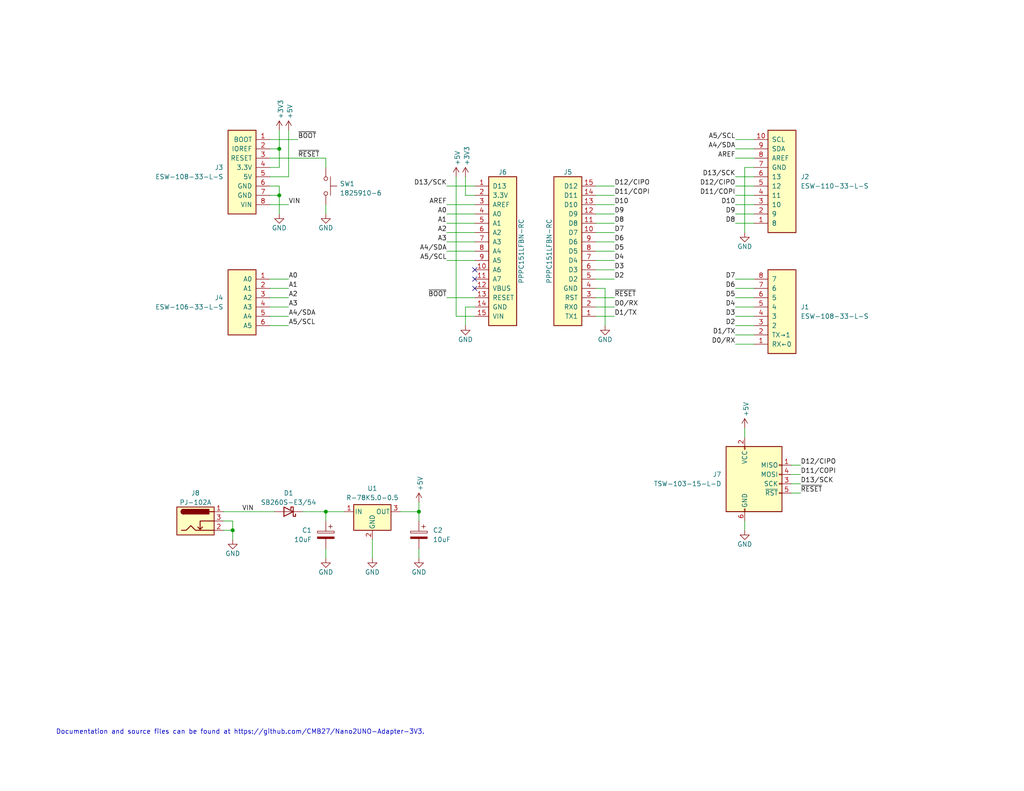
<source format=kicad_sch>
(kicad_sch (version 20230121) (generator eeschema)
  (paper "USLetter")
  (title_block (title "Nano2UNO Adapter 3V3") (date "2023-12-02") (rev "0.0.1") (company "Designer: C. M. Bulliner") (comment 2 "OF MERCHANTABILITY, SATISFACTORY QUALITY AND FITNESS FOR A PARTICULAR PURPOSE.") (comment 3 "This document is distributed WITHOUT ANY EXPRESS OR IMPLIED WARRANTY, INCLUDING") (comment 4 "© 2023 C. M. Bulliner. Released under the CERN-OHL-P v2 license."))
  (lib_symbols
    (symbol "Conn_01x15_1" (pin_names (offset 1.016))
      (property "Reference" "J5" (at 2.54 21.59 0))
      (property "Value" "Conn_01x15_Nano_1" (at 7.62 0 90))
      (symbol "Conn_01x15_1_1_1"
        (rectangle (start -1.27 20.32) (end 6.35 -20.32) (stroke (width 0.254)) (fill (type background)))
        (pin passive line (at -5.08 17.78 0) (length 3.81) (name "TX1") (number "1"))
        (pin passive line (at -5.08 -5.08 0) (length 3.81) (name "D7") (number "10"))
        (pin passive line (at -5.08 -7.62 0) (length 3.81) (name "D8") (number "11"))
        (pin passive line (at -5.08 -10.16 0) (length 3.81) (name "D9") (number "12"))
        (pin passive line (at -5.08 -12.7 0) (length 3.81) (name "D10") (number "13"))
        (pin passive line (at -5.08 -15.24 0) (length 3.81) (name "D11") (number "14"))
        (pin passive line (at -5.08 -17.78 0) (length 3.81) (name "D12") (number "15"))
        (pin passive line (at -5.08 15.24 0) (length 3.81) (name "RX0") (number "2"))
        (pin passive line (at -5.08 12.7 0) (length 3.81) (name "RST") (number "3"))
        (pin passive line (at -5.08 10.16 0) (length 3.81) (name "GND") (number "4"))
        (pin passive line (at -5.08 7.62 0) (length 3.81) (name "D2") (number "5"))
        (pin passive line (at -5.08 5.08 0) (length 3.81) (name "D3") (number "6"))
        (pin passive line (at -5.08 2.54 0) (length 3.81) (name "D4") (number "7"))
        (pin passive line (at -5.08 0 0) (length 3.81) (name "D5") (number "8"))
        (pin passive line (at -5.08 -2.54 0) (length 3.81) (name "D6") (number "9"))
      )
    )
    (symbol "Project_Symbols:AVR-ISP-6" (pin_names (offset 1.016))
      (property "Reference" "J" (at -6.35 11.43 0))
      (property "Value" "AVR-ISP-6" (at 0 11.43 0))
      (symbol "AVR-ISP-6_0_1"
        (rectangle (start -2.667 -6.858) (end -2.413 -7.62))
        (rectangle (start -2.667 10.16) (end -2.413 9.398))
        (rectangle (start 7.62 -2.413) (end 6.858 -2.667))
        (rectangle (start 7.62 0.127) (end 6.858 -0.127))
        (rectangle (start 7.62 2.667) (end 6.858 2.413))
        (rectangle (start 7.62 5.207) (end 6.858 4.953))
        (rectangle (start 7.62 10.16) (end -7.62 -7.62) (stroke (width 0.254)) (fill (type background)))
      )
      (symbol "AVR-ISP-6_1_1"
        (pin passive line (at 10.16 5.08 180) (length 2.54) (name "MISO") (number "1"))
        (pin passive line (at -2.54 12.7 270) (length 2.54) (name "VCC") (number "2"))
        (pin passive line (at 10.16 0 180) (length 2.54) (name "SCK") (number "3"))
        (pin passive line (at 10.16 2.54 180) (length 2.54) (name "MOSI") (number "4"))
        (pin passive line (at 10.16 -2.54 180) (length 2.54) (name "~{RST}") (number "5"))
        (pin passive line (at -2.54 -10.16 90) (length 2.54) (name "GND") (number "6"))
      )
    )
    (symbol "Project_Symbols:Barrel_Jack_Switch" (pin_names hide)
      (property "Reference" "J" (at 0 5.334 0))
      (property "Value" "Barrel_Jack_Switch" (at 0 -5.08 0))
      (symbol "Barrel_Jack_Switch_0_1"
        (rectangle (start -5.08 3.81) (end 5.08 -3.81) (stroke (width 0.254)) (fill (type background)))
        (arc (start -3.302 3.175) (mid -3.9343 2.54) (end -3.302 1.905) (stroke (width 0.254)))
        (arc (start -3.302 3.175) (mid -3.9343 2.54) (end -3.302 1.905) (stroke (width 0.254)) (fill (type outline)))
        (polyline (pts (xy 1.27 -2.286) (xy 1.905 -1.651)) (stroke (width 0.254)))
        (polyline (pts (xy 5.08 2.54) (xy 3.81 2.54)) (stroke (width 0.254)))
        (polyline (pts (xy 5.08 0) (xy 1.27 0) (xy 1.27 -2.286) (xy 0.635 -1.651)) (stroke (width 0.254)))
        (polyline (pts (xy -3.81 -2.54) (xy -2.54 -2.54) (xy -1.27 -1.27) (xy 0 -2.54) (xy 2.54 -2.54) (xy 5.08 -2.54)) (stroke (width 0.254)))
        (rectangle (start 3.683 3.175) (end -3.302 1.905) (stroke (width 0.254)) (fill (type outline)))
      )
      (symbol "Barrel_Jack_Switch_1_1"
        (pin passive line (at 7.62 2.54 180) (length 2.54) (name "~") (number "1"))
        (pin passive line (at 7.62 -2.54 180) (length 2.54) (name "~") (number "2"))
        (pin passive line (at 7.62 0 180) (length 2.54) (name "~") (number "3"))
      )
    )
    (symbol "Project_Symbols:C_Polarized" (pin_numbers hide) (pin_names (offset 0.254))
      (property "Reference" "C" (at 0.635 2.54 0))
      (property "Value" "C_Polarized" (at 0.635 -2.54 0))
      (symbol "C_Polarized_0_1"
        (rectangle (start -2.286 0.508) (end 2.286 1.016))
        (polyline (pts (xy -1.778 2.286) (xy -0.762 2.286)))
        (polyline (pts (xy -1.27 2.794) (xy -1.27 1.778)))
        (rectangle (start 2.286 -0.508) (end -2.286 -1.016) (fill (type outline)))
      )
      (symbol "C_Polarized_1_1"
        (pin passive line (at 0 3.81 270) (length 2.794) (name "~") (number "1"))
        (pin passive line (at 0 -3.81 90) (length 2.794) (name "~") (number "2"))
      )
    )
    (symbol "Project_Symbols:Conn_01x06_UNO_Analog" (pin_names (offset 1.016))
      (property "Reference" "J1" (at 7.62 0 0))
      (property "Value" "Conn_01x06_UNO_Analog" (at 7.62 -2.54 0))
      (symbol "Conn_01x06_UNO_Analog_1_1"
        (rectangle (start -1.27 7.62) (end 6.35 -10.16) (stroke (width 0.254)) (fill (type background)))
        (pin passive line (at -5.08 5.08 0) (length 3.81) (name "A0") (number "1"))
        (pin passive line (at -5.08 2.54 0) (length 3.81) (name "A1") (number "2"))
        (pin passive line (at -5.08 0 0) (length 3.81) (name "A2") (number "3"))
        (pin passive line (at -5.08 -2.54 0) (length 3.81) (name "A3") (number "4"))
        (pin passive line (at -5.08 -5.08 0) (length 3.81) (name "A4") (number "5"))
        (pin passive line (at -5.08 -7.62 0) (length 3.81) (name "A5") (number "6"))
      )
    )
    (symbol "Project_Symbols:Conn_01x08_UNO_Digital_1" (pin_names (offset 1.016))
      (property "Reference" "J3" (at 7.62 0 0))
      (property "Value" "Conn_01x08_UNO_Digital_1" (at 7.62 -2.54 0))
      (symbol "Conn_01x08_UNO_Digital_1_1_1"
        (rectangle (start -1.27 10.16) (end 6.35 -12.7) (stroke (width 0.254)) (fill (type background)))
        (pin passive line (at -5.08 7.62 0) (length 3.81) (name "RX←0") (number "1"))
        (pin passive line (at -5.08 5.08 0) (length 3.81) (name "TX→1") (number "2"))
        (pin passive line (at -5.08 2.54 0) (length 3.81) (name "2") (number "3"))
        (pin passive line (at -5.08 0 0) (length 3.81) (name "3") (number "4"))
        (pin passive line (at -5.08 -2.54 0) (length 3.81) (name "4") (number "5"))
        (pin passive line (at -5.08 -5.08 0) (length 3.81) (name "5") (number "6"))
        (pin passive line (at -5.08 -7.62 0) (length 3.81) (name "6") (number "7"))
        (pin passive line (at -5.08 -10.16 0) (length 3.81) (name "7") (number "8"))
      )
    )
    (symbol "Project_Symbols:Conn_01x08_UNO_Power" (pin_names (offset 1.016))
      (property "Reference" "J2" (at 7.62 0 0))
      (property "Value" "Conn_01x08_UNO_Power" (at 7.62 -2.54 0))
      (symbol "Conn_01x08_UNO_Power_1_1"
        (rectangle (start -1.27 10.16) (end 6.35 -12.7) (stroke (width 0.254)) (fill (type background)))
        (pin passive line (at -5.08 7.62 0) (length 3.81) (name "BOOT") (number "1"))
        (pin passive line (at -5.08 5.08 0) (length 3.81) (name "IOREF") (number "2"))
        (pin passive line (at -5.08 2.54 0) (length 3.81) (name "RESET") (number "3"))
        (pin passive line (at -5.08 0 0) (length 3.81) (name "3.3V") (number "4"))
        (pin passive line (at -5.08 -2.54 0) (length 3.81) (name "5V") (number "5"))
        (pin passive line (at -5.08 -5.08 0) (length 3.81) (name "GND") (number "6"))
        (pin passive line (at -5.08 -7.62 0) (length 3.81) (name "GND") (number "7"))
        (pin passive line (at -5.08 -10.16 0) (length 3.81) (name "VIN") (number "8"))
      )
    )
    (symbol "Project_Symbols:Conn_01x10_UNO_Digital_2" (pin_names (offset 1.016))
      (property "Reference" "J4" (at 7.62 0 0))
      (property "Value" "Conn_01x10_UNO_Digital_2" (at 7.62 -2.54 0))
      (symbol "Conn_01x10_UNO_Digital_2_1_1"
        (rectangle (start -1.27 12.7) (end 6.35 -15.24) (stroke (width 0.254)) (fill (type background)))
        (pin passive line (at -5.08 10.16 0) (length 3.81) (name "8") (number "1"))
        (pin passive line (at -5.08 -12.7 0) (length 3.81) (name "SCL") (number "10"))
        (pin passive line (at -5.08 7.62 0) (length 3.81) (name "9") (number "2"))
        (pin passive line (at -5.08 5.08 0) (length 3.81) (name "10") (number "3"))
        (pin passive line (at -5.08 2.54 0) (length 3.81) (name "11") (number "4"))
        (pin passive line (at -5.08 0 0) (length 3.81) (name "12") (number "5"))
        (pin passive line (at -5.08 -2.54 0) (length 3.81) (name "13") (number "6"))
        (pin passive line (at -5.08 -5.08 0) (length 3.81) (name "GND") (number "7"))
        (pin passive line (at -5.08 -7.62 0) (length 3.81) (name "AREF") (number "8"))
        (pin passive line (at -5.08 -10.16 0) (length 3.81) (name "SDA") (number "9"))
      )
    )
    (symbol "Project_Symbols:Conn_01x15_Nano_2" (pin_names (offset 1.016))
      (property "Reference" "J6" (at 2.54 21.59 0))
      (property "Value" "Conn_01x15_Nano_2" (at 7.62 0 90))
      (symbol "Conn_01x15_Nano_2_1_1"
        (rectangle (start -1.27 20.32) (end 6.35 -20.32) (stroke (width 0.254)) (fill (type background)))
        (pin passive line (at -5.08 17.78 0) (length 3.81) (name "D13") (number "1"))
        (pin passive line (at -5.08 -5.08 0) (length 3.81) (name "A6") (number "10"))
        (pin passive line (at -5.08 -7.62 0) (length 3.81) (name "A7") (number "11"))
        (pin passive line (at -5.08 -10.16 0) (length 3.81) (name "VBUS") (number "12"))
        (pin passive line (at -5.08 -12.7 0) (length 3.81) (name "RESET") (number "13"))
        (pin passive line (at -5.08 -15.24 0) (length 3.81) (name "GND") (number "14"))
        (pin passive line (at -5.08 -17.78 0) (length 3.81) (name "VIN") (number "15"))
        (pin passive line (at -5.08 15.24 0) (length 3.81) (name "3.3V") (number "2"))
        (pin passive line (at -5.08 12.7 0) (length 3.81) (name "AREF") (number "3"))
        (pin passive line (at -5.08 10.16 0) (length 3.81) (name "A0") (number "4"))
        (pin passive line (at -5.08 7.62 0) (length 3.81) (name "A1") (number "5"))
        (pin passive line (at -5.08 5.08 0) (length 3.81) (name "A2") (number "6"))
        (pin passive line (at -5.08 2.54 0) (length 3.81) (name "A3") (number "7"))
        (pin passive line (at -5.08 0 0) (length 3.81) (name "A4") (number "8"))
        (pin passive line (at -5.08 -2.54 0) (length 3.81) (name "A5") (number "9"))
      )
    )
    (symbol "Project_Symbols:D_Schottky" (pin_numbers hide) (pin_names (offset 1.016) hide)
      (property "Reference" "D" (at 0 2.54 0))
      (property "Value" "D_Schottky" (at 0 -2.54 0))
      (symbol "D_Schottky_0_1"
        (polyline (pts (xy 1.27 0) (xy -1.27 0)))
        (polyline (pts (xy 1.27 1.27) (xy 1.27 -1.27) (xy -1.27 0) (xy 1.27 1.27)) (stroke (width 0.254)))
        (polyline (pts (xy -1.905 0.635) (xy -1.905 1.27) (xy -1.27 1.27) (xy -1.27 -1.27) (xy -0.635 -1.27) (xy -0.635 -0.635)) (stroke (width 0.254)))
      )
      (symbol "D_Schottky_1_1"
        (pin passive line (at -3.81 0 0) (length 2.54) (name "K") (number "1"))
        (pin passive line (at 3.81 0 180) (length 2.54) (name "A") (number "2"))
      )
    )
    (symbol "Project_Symbols:R-78K5.0-0.5" (pin_names (offset 0.254))
      (property "Reference" "U" (at -3.81 3.175 0))
      (property "Value" "R-78K5.0-0.5" (at 0 3.175 0))
      (symbol "R-78K5.0-0.5_0_1"
        (rectangle (start -5.08 1.905) (end 5.08 -5.08) (stroke (width 0.254)) (fill (type background)))
      )
      (symbol "R-78K5.0-0.5_1_1"
        (pin power_in line (at -7.62 0 0) (length 2.54) (name "IN") (number "1"))
        (pin power_in line (at 0 -7.62 90) (length 2.54) (name "GND") (number "2"))
        (pin power_out line (at 7.62 0 180) (length 2.54) (name "OUT") (number "3"))
      )
    )
    (symbol "Project_Symbols:SW_Push" (pin_numbers hide) (pin_names (offset 1.016) hide)
      (property "Reference" "SW" (at 1.27 2.54 0))
      (property "Value" "SW_Push" (at 0 -1.524 0))
      (symbol "SW_Push_0_1"
        (circle (center -2.032 0) (radius 0.508))
        (polyline (pts (xy 0 1.27) (xy 0 3.048)))
        (polyline (pts (xy 2.54 1.27) (xy -2.54 1.27)))
        (circle (center 2.032 0) (radius 0.508))
        (pin passive line (at -5.08 0 0) (length 2.54) (name "1") (number "1"))
        (pin passive line (at 5.08 0 180) (length 2.54) (name "2") (number "2"))
      )
    )
    (symbol "power:+3V3" (power) (pin_names (offset 0))
      (property "Value" "+3V3" (at 0 3.556 0))
      (symbol "+3V3_0_1"
        (polyline (pts (xy -0.762 1.27) (xy 0 2.54)))
        (polyline (pts (xy 0 0) (xy 0 2.54)))
        (polyline (pts (xy 0 2.54) (xy 0.762 1.27)))
      )
      (symbol "+3V3_1_1"
        (pin power_in line (at 0 0 90) (length 0) hide (name "+3V3") (number "1"))
      )
    )
    (symbol "power:+5V" (power) (pin_names (offset 0))
      (property "Value" "+5V" (at 0 3.556 0))
      (symbol "+5V_0_1"
        (polyline (pts (xy -0.762 1.27) (xy 0 2.54)))
        (polyline (pts (xy 0 0) (xy 0 2.54)))
        (polyline (pts (xy 0 2.54) (xy 0.762 1.27)))
      )
      (symbol "+5V_1_1"
        (pin power_in line (at 0 0 90) (length 0) hide (name "+5V") (number "1"))
      )
    )
    (symbol "power:GND" (power) (pin_names (offset 0))
      (property "Value" "GND" (at 0 -3.81 0))
      (symbol "GND_0_1"
        (polyline (pts (xy 0 0) (xy 0 -1.27) (xy 1.27 -1.27) (xy 0 -2.54) (xy -1.27 -1.27) (xy 0 -1.27)))
      )
      (symbol "GND_1_1"
        (pin power_in line (at 0 0 270) (length 0) hide (name "GND") (number "1"))
      )
    )
  )
  (junction (at 114.3 139.7))
  (junction (at 88.9 139.7))
  (junction (at 76.2 40.64))
  (junction (at 63.5 144.78))
  (junction (at 76.2 53.34))
  (no_connect (at 129.54 73.66))
  (no_connect (at 129.54 76.2))
  (no_connect (at 129.54 78.74))
  (wire (pts (xy 205.74 93.98) (xy 200.66 93.98)))
  (wire (pts (xy 205.74 53.34) (xy 200.66 53.34)))
  (wire (pts (xy 205.74 55.88) (xy 200.66 55.88)))
  (wire (pts (xy 167.64 73.66) (xy 162.56 73.66)))
  (wire (pts (xy 73.66 50.8) (xy 76.2 50.8)))
  (wire (pts (xy 129.54 71.12) (xy 121.92 71.12)))
  (wire (pts (xy 124.46 48.26) (xy 124.46 86.36)))
  (wire (pts (xy 167.64 58.42) (xy 162.56 58.42)))
  (wire (pts (xy 205.74 78.74) (xy 200.66 78.74)))
  (wire (pts (xy 165.1 78.74) (xy 162.56 78.74)))
  (wire (pts (xy 73.66 43.18) (xy 88.9 43.18)))
  (wire (pts (xy 205.74 48.26) (xy 200.66 48.26)))
  (wire (pts (xy 215.9 129.54) (xy 218.44 129.54)))
  (wire (pts (xy 78.74 78.74) (xy 73.66 78.74)))
  (wire (pts (xy 167.64 63.5) (xy 162.56 63.5)))
  (wire (pts (xy 73.66 53.34) (xy 76.2 53.34)))
  (wire (pts (xy 165.1 78.74) (xy 165.1 88.9)))
  (wire (pts (xy 215.9 127) (xy 218.44 127)))
  (wire (pts (xy 88.9 149.86) (xy 88.9 152.4)))
  (wire (pts (xy 205.74 88.9) (xy 200.66 88.9)))
  (wire (pts (xy 78.74 83.82) (xy 73.66 83.82)))
  (wire (pts (xy 109.22 139.7) (xy 114.3 139.7)))
  (wire (pts (xy 88.9 55.88) (xy 88.9 58.42)))
  (wire (pts (xy 114.3 139.7) (xy 114.3 142.24)))
  (wire (pts (xy 78.74 88.9) (xy 73.66 88.9)))
  (wire (pts (xy 205.74 38.1) (xy 200.66 38.1)))
  (wire (pts (xy 167.64 55.88) (xy 162.56 55.88)))
  (wire (pts (xy 205.74 50.8) (xy 200.66 50.8)))
  (wire (pts (xy 167.64 76.2) (xy 162.56 76.2)))
  (wire (pts (xy 215.9 134.62) (xy 218.44 134.62)))
  (wire (pts (xy 60.96 144.78) (xy 63.5 144.78)))
  (wire (pts (xy 167.64 81.28) (xy 162.56 81.28)))
  (wire (pts (xy 167.64 83.82) (xy 162.56 83.82)))
  (wire (pts (xy 205.74 91.44) (xy 200.66 91.44)))
  (wire (pts (xy 127 48.26) (xy 127 53.34)))
  (wire (pts (xy 82.55 139.7) (xy 88.9 139.7)))
  (wire (pts (xy 73.66 55.88) (xy 78.74 55.88)))
  (wire (pts (xy 63.5 144.78) (xy 63.5 147.32)))
  (wire (pts (xy 63.5 142.24) (xy 60.96 142.24)))
  (wire (pts (xy 127 83.82) (xy 129.54 83.82)))
  (wire (pts (xy 81.28 38.1) (xy 73.66 38.1)))
  (wire (pts (xy 205.74 58.42) (xy 200.66 58.42)))
  (wire (pts (xy 129.54 68.58) (xy 121.92 68.58)))
  (wire (pts (xy 167.64 66.04) (xy 162.56 66.04)))
  (wire (pts (xy 78.74 86.36) (xy 73.66 86.36)))
  (wire (pts (xy 76.2 35.56) (xy 76.2 40.64)))
  (wire (pts (xy 167.64 86.36) (xy 162.56 86.36)))
  (wire (pts (xy 76.2 40.64) (xy 73.66 40.64)))
  (wire (pts (xy 205.74 43.18) (xy 200.66 43.18)))
  (wire (pts (xy 205.74 81.28) (xy 200.66 81.28)))
  (wire (pts (xy 60.96 139.7) (xy 74.93 139.7)))
  (wire (pts (xy 127 53.34) (xy 129.54 53.34)))
  (wire (pts (xy 88.9 43.18) (xy 88.9 45.72)))
  (wire (pts (xy 167.64 71.12) (xy 162.56 71.12)))
  (wire (pts (xy 76.2 40.64) (xy 76.2 45.72)))
  (wire (pts (xy 215.9 132.08) (xy 218.44 132.08)))
  (wire (pts (xy 76.2 53.34) (xy 76.2 58.42)))
  (wire (pts (xy 129.54 55.88) (xy 121.92 55.88)))
  (wire (pts (xy 114.3 149.86) (xy 114.3 152.4)))
  (wire (pts (xy 205.74 40.64) (xy 200.66 40.64)))
  (wire (pts (xy 88.9 139.7) (xy 88.9 142.24)))
  (wire (pts (xy 203.2 45.72) (xy 203.2 63.5)))
  (wire (pts (xy 76.2 50.8) (xy 76.2 53.34)))
  (wire (pts (xy 205.74 83.82) (xy 200.66 83.82)))
  (wire (pts (xy 127 83.82) (xy 127 88.9)))
  (wire (pts (xy 129.54 60.96) (xy 121.92 60.96)))
  (wire (pts (xy 205.74 45.72) (xy 203.2 45.72)))
  (wire (pts (xy 88.9 139.7) (xy 93.98 139.7)))
  (wire (pts (xy 129.54 86.36) (xy 124.46 86.36)))
  (wire (pts (xy 121.92 50.8) (xy 129.54 50.8)))
  (wire (pts (xy 129.54 66.04) (xy 121.92 66.04)))
  (wire (pts (xy 76.2 45.72) (xy 73.66 45.72)))
  (wire (pts (xy 114.3 137.16) (xy 114.3 139.7)))
  (wire (pts (xy 129.54 63.5) (xy 121.92 63.5)))
  (wire (pts (xy 167.64 50.8) (xy 162.56 50.8)))
  (wire (pts (xy 203.2 142.24) (xy 203.2 144.78)))
  (wire (pts (xy 167.64 53.34) (xy 162.56 53.34)))
  (wire (pts (xy 101.6 147.32) (xy 101.6 152.4)))
  (wire (pts (xy 78.74 76.2) (xy 73.66 76.2)))
  (wire (pts (xy 63.5 142.24) (xy 63.5 144.78)))
  (wire (pts (xy 167.64 68.58) (xy 162.56 68.58)))
  (wire (pts (xy 78.74 35.56) (xy 78.74 48.26)))
  (wire (pts (xy 167.64 60.96) (xy 162.56 60.96)))
  (wire (pts (xy 129.54 58.42) (xy 121.92 58.42)))
  (wire (pts (xy 129.54 81.28) (xy 121.92 81.28)))
  (wire (pts (xy 203.2 116.84) (xy 203.2 119.38)))
  (wire (pts (xy 78.74 48.26) (xy 73.66 48.26)))
  (wire (pts (xy 205.74 76.2) (xy 200.66 76.2)))
  (wire (pts (xy 78.74 81.28) (xy 73.66 81.28)))
  (wire (pts (xy 205.74 60.96) (xy 200.66 60.96)))
  (wire (pts (xy 205.74 86.36) (xy 200.66 86.36)))
  (text "Documentation and source files can be found at https://github.com/CMB27/Nano2UNO-Adapter-3V3." (at 15.24 200.66 0) (effects (font (size 1.27 1.27)) (justify left bottom)))
  (label "D12{slash}CIPO" (at 167.64 50.8 0))
  (label "D13{slash}SCK" (at 121.92 50.8 180))
  (label "D0{slash}RX" (at 200.66 93.98 180))
  (label "A4{slash}SDA" (at 121.92 68.58 180))
  (label "D13{slash}SCK" (at 218.44 132.08 0))
  (label "A2" (at 78.74 81.28 0))
  (label "D1{slash}TX" (at 167.64 86.36 0))
  (label "D4" (at 200.66 83.82 180))
  (label "A5{slash}SCL" (at 121.92 71.12 180))
  (label "A3" (at 121.92 66.04 180))
  (label "D8" (at 167.64 60.96 0))
  (label "~{BOOT}" (at 81.28 38.1 0))
  (label "D2" (at 200.66 88.9 180))
  (label "D0{slash}RX" (at 167.64 83.82 0))
  (label "D2" (at 167.64 76.2 0))
  (label "A3" (at 78.74 83.82 0))
  (label "D13{slash}SCK" (at 200.66 48.26 180))
  (label "~{RESET}" (at 218.44 134.62 0))
  (label "D12{slash}CIPO" (at 200.66 50.8 180))
  (label "D12{slash}CIPO" (at 218.44 127 0))
  (label "~{BOOT}" (at 121.92 81.28 180))
  (label "D10" (at 200.66 55.88 180))
  (label "VIN" (at 78.74 55.88 0))
  (label "D11{slash}COPI" (at 218.44 129.54 0))
  (label "VIN" (at 66.04 139.7 0))
  (label "D5" (at 167.64 68.58 0))
  (label "A2" (at 121.92 63.5 180))
  (label "D7" (at 200.66 76.2 180))
  (label "A4{slash}SDA" (at 200.66 40.64 180))
  (label "D8" (at 200.66 60.96 180))
  (label "D3" (at 167.64 73.66 0))
  (label "D11{slash}COPI" (at 200.66 53.34 180))
  (label "D6" (at 167.64 66.04 0))
  (label "D3" (at 200.66 86.36 180))
  (label "A1" (at 78.74 78.74 0))
  (label "D1{slash}TX" (at 200.66 91.44 180))
  (label "D7" (at 167.64 63.5 0))
  (label "A0" (at 78.74 76.2 0))
  (label "AREF" (at 200.66 43.18 180))
  (label "D6" (at 200.66 78.74 180))
  (label "~{RESET}" (at 167.64 81.28 0))
  (label "D10" (at 167.64 55.88 0))
  (label "A5{slash}SCL" (at 200.66 38.1 180))
  (label "D9" (at 200.66 58.42 180))
  (label "A5{slash}SCL" (at 78.74 88.9 0))
  (label "D9" (at 167.64 58.42 0))
  (label "A0" (at 121.92 58.42 180))
  (label "D5" (at 200.66 81.28 180))
  (label "A1" (at 121.92 60.96 180))
  (label "AREF" (at 121.92 55.88 180))
  (label "D11{slash}COPI" (at 167.64 53.34 0))
  (label "~{RESET}" (at 81.28 43.18 0))
  (label "D4" (at 167.64 71.12 0))
  (label "A4{slash}SDA" (at 78.74 86.36 0))
  (symbol (lib_id "Project_Symbols:Conn_01x08_UNO_Power") (at 68.58 45.72 0) (mirror y) (unit 1)
    (property "Reference" "J3" (at 60.96 45.72 0) (effects (justify left)))
    (property "Value" "ESW-108-33-L-S" (at 60.96 48.26 0) (effects (justify left)))
    (property "Footprint" "Project_Footprints:PinSocket_1x08_P2.54mm_Vertical_UNO_Power" (effects hide))
    (property "Datasheet" "https://suddendocs.samtec.com/catalog_english/esq_th.pdf" (effects hide))
  )
  (symbol (lib_id "Project_Symbols:Conn_01x10_UNO_Digital_2") (at 210.82 50.8 0) (mirror x) (unit 1)
    (property "Reference" "J2" (at 218.44 48.26 0) (effects (justify left)))
    (property "Value" "ESW-110-33-L-S" (at 218.44 50.8 0) (effects (justify left)))
    (property "Footprint" "Project_Footprints:PinSocket_1x10_P2.54mm_Vertical_UNO_Digital_2" (effects hide))
    (property "Datasheet" "https://suddendocs.samtec.com/catalog_english/esq_th.pdf" (effects hide))
  )
  (symbol (lib_id "power:GND") (at 203.2 63.5 0) (mirror y) (unit 1)
    (property "Reference" "#PWR05" (effects hide))
    (property "Value" "GND" (at 203.2 67.31 0))
  )
  (symbol (lib_id "Project_Symbols:Conn_01x06_UNO_Analog") (at 68.58 81.28 0) (mirror y) (unit 1)
    (property "Reference" "J4" (at 60.96 81.28 0) (effects (justify left)))
    (property "Value" "ESW-106-33-L-S" (at 60.96 83.82 0) (effects (justify left)))
    (property "Footprint" "Project_Footprints:PinSocket_1x06_P2.54mm_Vertical_UNO_Analog" (effects hide))
    (property "Datasheet" "https://suddendocs.samtec.com/catalog_english/esq_th.pdf" (effects hide))
  )
  (symbol (lib_id "Project_Symbols:Conn_01x08_UNO_Digital_1") (at 210.82 86.36 0) (mirror x) (unit 1)
    (property "Reference" "J1" (at 218.44 83.82 0) (effects (justify left)))
    (property "Value" "ESW-108-33-L-S" (at 218.44 86.36 0) (effects (justify left)))
    (property "Footprint" "Project_Footprints:PinSocket_1x08_P2.54mm_Vertical_UNO_Digital_1" (effects hide))
    (property "Datasheet" "https://suddendocs.samtec.com/catalog_english/esq_th.pdf" (effects hide))
  )
  (symbol (lib_id "Project_Symbols:D_Schottky") (at 78.74 139.7 180) (unit 1)
    (property "Reference" "D1" (at 78.74 134.62 0))
    (property "Value" "SB260S-E3/54" (at 78.74 137.16 0))
    (property "Footprint" "Project_Footprints:D_DO-41_SOD81_P10.16mm_Horizontal" (effects hide))
    (property "Datasheet" "https://www.vishay.com/docs/88951/sb220s.pdf" (effects hide))
  )
  (symbol (lib_id "Project_Symbols:AVR-ISP-6") (at 205.74 132.08 0) (unit 1)
    (property "Reference" "J7" (at 196.85 129.54 0) (effects (justify right)))
    (property "Value" "TSW-103-15-L-D" (at 196.85 132.08 0) (effects (justify right)))
    (property "Footprint" "Project_Footprints:PinHeader_2x03_P2.54mm_Vertical_UNO_ICSP" (effects hide))
    (property "Datasheet" "https://suddendocs.samtec.com/catalog_english/tsw_th.pdf" (effects hide))
  )
  (symbol (lib_id "power:GND") (at 76.2 58.42 0) (mirror y) (unit 1)
    (property "Reference" "#PWR02" (effects hide))
    (property "Value" "GND" (at 76.2 62.23 0))
  )
  (symbol (lib_id "power:+3V3") (at 127 48.26 0) (unit 1)
    (property "Reference" "#PWR01" (effects hide))
    (property "Value" "+3.3V" (at 127.381 45.212 90) (effects (justify left)))
  )
  (symbol (lib_id "power:GND") (at 127 88.9 0) (mirror y) (unit 1)
    (property "Reference" "#PWR06" (effects hide))
    (property "Value" "GND" (at 127 92.71 0))
  )
  (symbol (lib_id "power:+5V") (at 124.46 48.26 0) (unit 1)
    (property "Reference" "#PWR014" (effects hide))
    (property "Value" "+5V" (at 124.8156 45.212 90) (effects (justify left)))
  )
  (symbol (lib_id "power:+5V") (at 114.3 137.16 0) (unit 1)
    (property "Reference" "#PWR010" (effects hide))
    (property "Value" "+5V" (at 114.6556 134.112 90) (effects (justify left)))
  )
  (symbol (lib_id "Project_Symbols:C_Polarized") (at 114.3 146.05 0) (mirror y) (unit 1)
    (property "Reference" "C2" (at 118.11 144.78 0) (effects (justify right)))
    (property "Value" "10uF" (at 118.11 147.32 0) (effects (justify right)))
    (property "Footprint" "Project_Footprints:CP_Radial_D6.3mm_P2.50mm" (effects hide))
    (property "Datasheet" "https://mm.digikey.com/Volume0/opasdata/d220001/medias/docus/4806/KS-A_Series_DS.pdf" (effects hide))
  )
  (symbol (lib_id "power:GND") (at 203.2 144.78 0) (mirror y) (unit 1)
    (property "Reference" "#PWR07" (effects hide))
    (property "Value" "GND" (at 203.2 148.59 0))
  )
  (symbol (lib_id "power:GND") (at 88.9 152.4 0) (mirror y) (unit 1)
    (property "Reference" "#PWR011" (effects hide))
    (property "Value" "GND" (at 88.9 156.21 0))
  )
  (symbol (lib_id "power:GND") (at 114.3 152.4 0) (mirror y) (unit 1)
    (property "Reference" "#PWR013" (effects hide))
    (property "Value" "GND" (at 114.3 156.21 0))
  )
  (symbol (lib_id "Project_Symbols:Conn_01x15_Nano_2") (at 134.62 68.58 0) (unit 1)
    (property "Reference" "J6" (at 137.16 46.99 0))
    (property "Value" "PPPC151LFBN-RC" (at 142.24 68.58 90))
    (property "Footprint" "Project_Footprints:PinSocket_1x15_P2.54mm_Vertical_Nano_2" (effects hide))
    (property "Datasheet" "https://drawings-pdf.s3.amazonaws.com/10492.pdf" (effects hide))
  )
  (symbol (lib_id "power:+5V") (at 78.74 35.56 0) (unit 1)
    (property "Reference" "#PWR03" (effects hide))
    (property "Value" "+5V" (at 79.0956 32.512 90) (effects (justify left)))
  )
  (symbol (lib_id "power:GND") (at 165.1 88.9 0) (mirror y) (unit 1)
    (property "Reference" "#PWR04" (effects hide))
    (property "Value" "GND" (at 165.1 92.71 0))
  )
  (symbol (lib_name "Conn_01x15_1") (lib_id "Project_Symbols:Conn_01x15_Nano_1") (at 157.48 68.58 180) (unit 1)
    (property "Reference" "J5" (at 154.94 46.99 0))
    (property "Value" "PPPC151LFBN-RC" (at 149.86 68.58 90))
    (property "Footprint" "Project_Footprints:PinSocket_1x15_P2.54mm_Vertical_Nano_1" (effects hide))
    (property "Datasheet" "https://drawings-pdf.s3.amazonaws.com/10492.pdf" (effects hide))
  )
  (symbol (lib_id "power:+5V") (at 203.2 116.84 0) (unit 1)
    (property "Reference" "#PWR015" (effects hide))
    (property "Value" "+5V" (at 203.5556 113.792 90) (effects (justify left)))
  )
  (symbol (lib_id "power:GND") (at 101.6 152.4 0) (mirror y) (unit 1)
    (property "Reference" "#PWR012" (effects hide))
    (property "Value" "GND" (at 101.6 156.21 0))
  )
  (symbol (lib_id "Project_Symbols:SW_Push") (at 88.9 50.8 270) (mirror x) (unit 1)
    (property "Reference" "SW1" (at 92.71 50.165 90) (effects (justify left)))
    (property "Value" "1825910-6" (at 92.71 52.705 90) (effects (justify left)))
    (property "Footprint" "Project_Footprints:SW_PUSH_6mm_Reset" (effects hide))
    (property "Datasheet" "https://www.te.com/usa-en/product-1825910-6.datasheet.pdf" (effects hide))
  )
  (symbol (lib_id "Project_Symbols:R-78K5.0-0.5") (at 101.6 139.7 0) (unit 1)
    (property "Reference" "U1" (at 101.6 133.35 0))
    (property "Value" "R-78K5.0-0.5" (at 101.6 135.89 0))
    (property "Footprint" "Project_Footprints:R-78K5.0-0.5" (effects hide))
    (property "Datasheet" "https://recom-power.com/pdf/Innoline/R-78K-0.5.pdf" (effects hide))
  )
  (symbol (lib_id "power:+3V3") (at 76.2 35.56 0) (unit 1)
    (property "Reference" "#PWR017" (effects hide))
    (property "Value" "+3.3V" (at 76.581 32.512 90) (effects (justify left)))
  )
  (symbol (lib_id "Project_Symbols:C_Polarized") (at 88.9 146.05 0) (mirror y) (unit 1)
    (property "Reference" "C1" (at 85.09 144.78 0) (effects (justify left)))
    (property "Value" "10uF" (at 85.09 147.32 0) (effects (justify left)))
    (property "Footprint" "Project_Footprints:CP_Radial_D6.3mm_P2.50mm" (effects hide))
    (property "Datasheet" "https://mm.digikey.com/Volume0/opasdata/d220001/medias/docus/4806/KS-A_Series_DS.pdf" (effects hide))
  )
  (symbol (lib_id "power:GND") (at 63.5 147.32 0) (mirror y) (unit 1)
    (property "Reference" "#PWR09" (effects hide))
    (property "Value" "GND" (at 63.5 151.13 0))
  )
  (symbol (lib_id "power:GND") (at 88.9 58.42 0) (mirror y) (unit 1)
    (property "Reference" "#PWR08" (effects hide))
    (property "Value" "GND" (at 88.9 62.23 0))
  )
  (symbol (lib_id "Project_Symbols:Barrel_Jack_Switch") (at 53.34 142.24 0) (unit 1)
    (property "Reference" "J8" (at 53.34 134.62 0))
    (property "Value" "PJ-102A" (at 53.34 137.16 0))
    (property "Footprint" "Project_Footprints:BarrelJack_CUI_PJ-102A_Horizontal" (effects hide))
    (property "Datasheet" "https://www.cuidevices.com/product/resource/pj-102a.pdf" (effects hide))
  )
)
</source>
